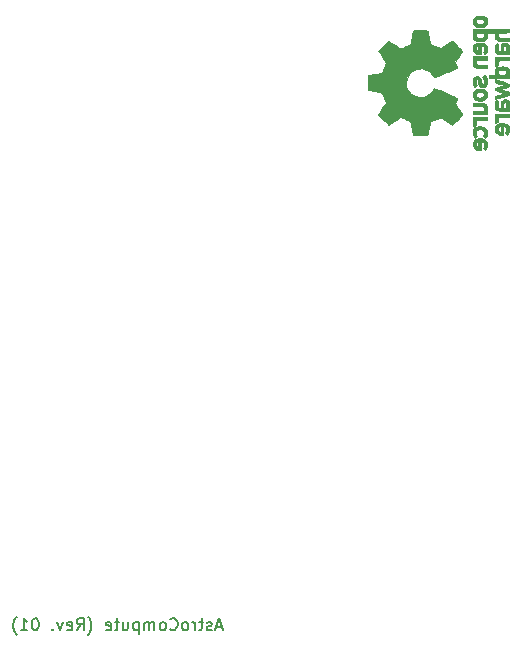
<source format=gbr>
%TF.GenerationSoftware,KiCad,Pcbnew,(5.1.7)-1*%
%TF.CreationDate,2020-11-23T19:12:34+01:00*%
%TF.ProjectId,astro_compute_board,61737472-6f5f-4636-9f6d-707574655f62,1*%
%TF.SameCoordinates,Original*%
%TF.FileFunction,Legend,Bot*%
%TF.FilePolarity,Positive*%
%FSLAX46Y46*%
G04 Gerber Fmt 4.6, Leading zero omitted, Abs format (unit mm)*
G04 Created by KiCad (PCBNEW (5.1.7)-1) date 2020-11-23 19:12:34*
%MOMM*%
%LPD*%
G01*
G04 APERTURE LIST*
%ADD10C,0.150000*%
%ADD11C,0.010000*%
G04 APERTURE END LIST*
D10*
X173282142Y-156516666D02*
X172805952Y-156516666D01*
X173377380Y-156802380D02*
X173044047Y-155802380D01*
X172710714Y-156802380D01*
X172425000Y-156754761D02*
X172329761Y-156802380D01*
X172139285Y-156802380D01*
X172044047Y-156754761D01*
X171996428Y-156659523D01*
X171996428Y-156611904D01*
X172044047Y-156516666D01*
X172139285Y-156469047D01*
X172282142Y-156469047D01*
X172377380Y-156421428D01*
X172425000Y-156326190D01*
X172425000Y-156278571D01*
X172377380Y-156183333D01*
X172282142Y-156135714D01*
X172139285Y-156135714D01*
X172044047Y-156183333D01*
X171710714Y-156135714D02*
X171329761Y-156135714D01*
X171567857Y-155802380D02*
X171567857Y-156659523D01*
X171520238Y-156754761D01*
X171425000Y-156802380D01*
X171329761Y-156802380D01*
X170996428Y-156802380D02*
X170996428Y-156135714D01*
X170996428Y-156326190D02*
X170948809Y-156230952D01*
X170901190Y-156183333D01*
X170805952Y-156135714D01*
X170710714Y-156135714D01*
X170234523Y-156802380D02*
X170329761Y-156754761D01*
X170377380Y-156707142D01*
X170425000Y-156611904D01*
X170425000Y-156326190D01*
X170377380Y-156230952D01*
X170329761Y-156183333D01*
X170234523Y-156135714D01*
X170091666Y-156135714D01*
X169996428Y-156183333D01*
X169948809Y-156230952D01*
X169901190Y-156326190D01*
X169901190Y-156611904D01*
X169948809Y-156707142D01*
X169996428Y-156754761D01*
X170091666Y-156802380D01*
X170234523Y-156802380D01*
X168901190Y-156707142D02*
X168948809Y-156754761D01*
X169091666Y-156802380D01*
X169186904Y-156802380D01*
X169329761Y-156754761D01*
X169425000Y-156659523D01*
X169472619Y-156564285D01*
X169520238Y-156373809D01*
X169520238Y-156230952D01*
X169472619Y-156040476D01*
X169425000Y-155945238D01*
X169329761Y-155850000D01*
X169186904Y-155802380D01*
X169091666Y-155802380D01*
X168948809Y-155850000D01*
X168901190Y-155897619D01*
X168329761Y-156802380D02*
X168425000Y-156754761D01*
X168472619Y-156707142D01*
X168520238Y-156611904D01*
X168520238Y-156326190D01*
X168472619Y-156230952D01*
X168425000Y-156183333D01*
X168329761Y-156135714D01*
X168186904Y-156135714D01*
X168091666Y-156183333D01*
X168044047Y-156230952D01*
X167996428Y-156326190D01*
X167996428Y-156611904D01*
X168044047Y-156707142D01*
X168091666Y-156754761D01*
X168186904Y-156802380D01*
X168329761Y-156802380D01*
X167567857Y-156802380D02*
X167567857Y-156135714D01*
X167567857Y-156230952D02*
X167520238Y-156183333D01*
X167425000Y-156135714D01*
X167282142Y-156135714D01*
X167186904Y-156183333D01*
X167139285Y-156278571D01*
X167139285Y-156802380D01*
X167139285Y-156278571D02*
X167091666Y-156183333D01*
X166996428Y-156135714D01*
X166853571Y-156135714D01*
X166758333Y-156183333D01*
X166710714Y-156278571D01*
X166710714Y-156802380D01*
X166234523Y-156135714D02*
X166234523Y-157135714D01*
X166234523Y-156183333D02*
X166139285Y-156135714D01*
X165948809Y-156135714D01*
X165853571Y-156183333D01*
X165805952Y-156230952D01*
X165758333Y-156326190D01*
X165758333Y-156611904D01*
X165805952Y-156707142D01*
X165853571Y-156754761D01*
X165948809Y-156802380D01*
X166139285Y-156802380D01*
X166234523Y-156754761D01*
X164901190Y-156135714D02*
X164901190Y-156802380D01*
X165329761Y-156135714D02*
X165329761Y-156659523D01*
X165282142Y-156754761D01*
X165186904Y-156802380D01*
X165044047Y-156802380D01*
X164948809Y-156754761D01*
X164901190Y-156707142D01*
X164567857Y-156135714D02*
X164186904Y-156135714D01*
X164425000Y-155802380D02*
X164425000Y-156659523D01*
X164377380Y-156754761D01*
X164282142Y-156802380D01*
X164186904Y-156802380D01*
X163472619Y-156754761D02*
X163567857Y-156802380D01*
X163758333Y-156802380D01*
X163853571Y-156754761D01*
X163901190Y-156659523D01*
X163901190Y-156278571D01*
X163853571Y-156183333D01*
X163758333Y-156135714D01*
X163567857Y-156135714D01*
X163472619Y-156183333D01*
X163425000Y-156278571D01*
X163425000Y-156373809D01*
X163901190Y-156469047D01*
X161948809Y-157183333D02*
X161996428Y-157135714D01*
X162091666Y-156992857D01*
X162139285Y-156897619D01*
X162186904Y-156754761D01*
X162234523Y-156516666D01*
X162234523Y-156326190D01*
X162186904Y-156088095D01*
X162139285Y-155945238D01*
X162091666Y-155850000D01*
X161996428Y-155707142D01*
X161948809Y-155659523D01*
X160996428Y-156802380D02*
X161329761Y-156326190D01*
X161567857Y-156802380D02*
X161567857Y-155802380D01*
X161186904Y-155802380D01*
X161091666Y-155850000D01*
X161044047Y-155897619D01*
X160996428Y-155992857D01*
X160996428Y-156135714D01*
X161044047Y-156230952D01*
X161091666Y-156278571D01*
X161186904Y-156326190D01*
X161567857Y-156326190D01*
X160186904Y-156754761D02*
X160282142Y-156802380D01*
X160472619Y-156802380D01*
X160567857Y-156754761D01*
X160615476Y-156659523D01*
X160615476Y-156278571D01*
X160567857Y-156183333D01*
X160472619Y-156135714D01*
X160282142Y-156135714D01*
X160186904Y-156183333D01*
X160139285Y-156278571D01*
X160139285Y-156373809D01*
X160615476Y-156469047D01*
X159805952Y-156135714D02*
X159567857Y-156802380D01*
X159329761Y-156135714D01*
X158948809Y-156707142D02*
X158901190Y-156754761D01*
X158948809Y-156802380D01*
X158996428Y-156754761D01*
X158948809Y-156707142D01*
X158948809Y-156802380D01*
X157520238Y-155802380D02*
X157425000Y-155802380D01*
X157329761Y-155850000D01*
X157282142Y-155897619D01*
X157234523Y-155992857D01*
X157186904Y-156183333D01*
X157186904Y-156421428D01*
X157234523Y-156611904D01*
X157282142Y-156707142D01*
X157329761Y-156754761D01*
X157425000Y-156802380D01*
X157520238Y-156802380D01*
X157615476Y-156754761D01*
X157663095Y-156707142D01*
X157710714Y-156611904D01*
X157758333Y-156421428D01*
X157758333Y-156183333D01*
X157710714Y-155992857D01*
X157663095Y-155897619D01*
X157615476Y-155850000D01*
X157520238Y-155802380D01*
X156234523Y-156802380D02*
X156805952Y-156802380D01*
X156520238Y-156802380D02*
X156520238Y-155802380D01*
X156615476Y-155945238D01*
X156710714Y-156040476D01*
X156805952Y-156088095D01*
X155901190Y-157183333D02*
X155853571Y-157135714D01*
X155758333Y-156992857D01*
X155710714Y-156897619D01*
X155663095Y-156754761D01*
X155615476Y-156516666D01*
X155615476Y-156326190D01*
X155663095Y-156088095D01*
X155710714Y-155945238D01*
X155758333Y-155850000D01*
X155853571Y-155707142D01*
X155901190Y-155659523D01*
D11*
%TO.C,REF\u002A\u002A*%
G36*
X194534560Y-106669909D02*
G01*
X194560499Y-106722412D01*
X194605700Y-106787158D01*
X194654991Y-106834347D01*
X194716885Y-106866665D01*
X194799896Y-106886797D01*
X194912538Y-106897430D01*
X195063324Y-106901247D01*
X195128149Y-106901470D01*
X195270221Y-106900818D01*
X195371757Y-106898112D01*
X195442015Y-106892224D01*
X195490256Y-106882027D01*
X195525738Y-106866394D01*
X195549943Y-106850128D01*
X195652929Y-106746295D01*
X195714874Y-106624021D01*
X195733506Y-106492114D01*
X195706549Y-106359384D01*
X195687486Y-106317333D01*
X195635015Y-106216666D01*
X196457259Y-106216666D01*
X196419267Y-106290135D01*
X196389872Y-106386941D01*
X196382342Y-106505928D01*
X196396245Y-106624745D01*
X196427476Y-106714473D01*
X196486954Y-106788899D01*
X196572066Y-106852490D01*
X196580805Y-106857271D01*
X196621966Y-106877437D01*
X196663454Y-106892165D01*
X196713713Y-106902303D01*
X196781184Y-106908699D01*
X196874309Y-106912201D01*
X197001531Y-106913658D01*
X197144701Y-106913921D01*
X197601471Y-106913921D01*
X197601471Y-106640000D01*
X196759231Y-106640000D01*
X196694763Y-106563383D01*
X196643194Y-106483793D01*
X196633818Y-106408422D01*
X196657947Y-106332633D01*
X196681574Y-106292241D01*
X196715227Y-106262179D01*
X196766087Y-106240797D01*
X196841334Y-106226450D01*
X196948146Y-106217490D01*
X197093704Y-106212270D01*
X197190588Y-106210431D01*
X197589020Y-106204215D01*
X197596547Y-106073480D01*
X197604073Y-105942745D01*
X195131582Y-105942745D01*
X195131582Y-106216666D01*
X195269423Y-106223650D01*
X195365107Y-106247182D01*
X195424641Y-106291135D01*
X195454029Y-106359382D01*
X195459902Y-106428333D01*
X195453154Y-106506386D01*
X195426594Y-106558189D01*
X195391499Y-106590583D01*
X195353752Y-106616084D01*
X195311700Y-106631265D01*
X195252779Y-106638019D01*
X195164428Y-106638241D01*
X195090448Y-106635968D01*
X194979000Y-106630749D01*
X194905833Y-106622979D01*
X194859422Y-106609895D01*
X194828244Y-106588732D01*
X194810223Y-106568760D01*
X194770925Y-106485314D01*
X194764579Y-106386551D01*
X194778116Y-106329841D01*
X194826233Y-106273692D01*
X194919833Y-106236499D01*
X195058254Y-106218472D01*
X195131582Y-106216666D01*
X195131582Y-105942745D01*
X194513628Y-105942745D01*
X194513628Y-106079705D01*
X194516879Y-106161935D01*
X194528426Y-106204360D01*
X194550952Y-106216661D01*
X194551620Y-106216666D01*
X194573681Y-106222374D01*
X194571176Y-106247547D01*
X194546935Y-106297598D01*
X194509851Y-106414219D01*
X194505953Y-106545429D01*
X194534560Y-106669909D01*
G37*
X194534560Y-106669909D02*
X194560499Y-106722412D01*
X194605700Y-106787158D01*
X194654991Y-106834347D01*
X194716885Y-106866665D01*
X194799896Y-106886797D01*
X194912538Y-106897430D01*
X195063324Y-106901247D01*
X195128149Y-106901470D01*
X195270221Y-106900818D01*
X195371757Y-106898112D01*
X195442015Y-106892224D01*
X195490256Y-106882027D01*
X195525738Y-106866394D01*
X195549943Y-106850128D01*
X195652929Y-106746295D01*
X195714874Y-106624021D01*
X195733506Y-106492114D01*
X195706549Y-106359384D01*
X195687486Y-106317333D01*
X195635015Y-106216666D01*
X196457259Y-106216666D01*
X196419267Y-106290135D01*
X196389872Y-106386941D01*
X196382342Y-106505928D01*
X196396245Y-106624745D01*
X196427476Y-106714473D01*
X196486954Y-106788899D01*
X196572066Y-106852490D01*
X196580805Y-106857271D01*
X196621966Y-106877437D01*
X196663454Y-106892165D01*
X196713713Y-106902303D01*
X196781184Y-106908699D01*
X196874309Y-106912201D01*
X197001531Y-106913658D01*
X197144701Y-106913921D01*
X197601471Y-106913921D01*
X197601471Y-106640000D01*
X196759231Y-106640000D01*
X196694763Y-106563383D01*
X196643194Y-106483793D01*
X196633818Y-106408422D01*
X196657947Y-106332633D01*
X196681574Y-106292241D01*
X196715227Y-106262179D01*
X196766087Y-106240797D01*
X196841334Y-106226450D01*
X196948146Y-106217490D01*
X197093704Y-106212270D01*
X197190588Y-106210431D01*
X197589020Y-106204215D01*
X197596547Y-106073480D01*
X197604073Y-105942745D01*
X195131582Y-105942745D01*
X195131582Y-106216666D01*
X195269423Y-106223650D01*
X195365107Y-106247182D01*
X195424641Y-106291135D01*
X195454029Y-106359382D01*
X195459902Y-106428333D01*
X195453154Y-106506386D01*
X195426594Y-106558189D01*
X195391499Y-106590583D01*
X195353752Y-106616084D01*
X195311700Y-106631265D01*
X195252779Y-106638019D01*
X195164428Y-106638241D01*
X195090448Y-106635968D01*
X194979000Y-106630749D01*
X194905833Y-106622979D01*
X194859422Y-106609895D01*
X194828244Y-106588732D01*
X194810223Y-106568760D01*
X194770925Y-106485314D01*
X194764579Y-106386551D01*
X194778116Y-106329841D01*
X194826233Y-106273692D01*
X194919833Y-106236499D01*
X195058254Y-106218472D01*
X195131582Y-106216666D01*
X195131582Y-105942745D01*
X194513628Y-105942745D01*
X194513628Y-106079705D01*
X194516879Y-106161935D01*
X194528426Y-106204360D01*
X194550952Y-106216661D01*
X194551620Y-106216666D01*
X194573681Y-106222374D01*
X194571176Y-106247547D01*
X194546935Y-106297598D01*
X194509851Y-106414219D01*
X194505953Y-106545429D01*
X194534560Y-106669909D01*
G36*
X196390922Y-107708720D02*
G01*
X196422180Y-107825870D01*
X196478837Y-107915051D01*
X196553045Y-107977984D01*
X196584716Y-107997548D01*
X196617891Y-108011992D01*
X196660329Y-108022089D01*
X196719788Y-108028615D01*
X196804029Y-108032342D01*
X196920810Y-108034046D01*
X197077890Y-108034500D01*
X197119565Y-108034509D01*
X197601471Y-108034509D01*
X197601471Y-107914980D01*
X197596131Y-107838739D01*
X197582604Y-107782366D01*
X197574262Y-107768242D01*
X197559864Y-107729630D01*
X197574262Y-107690192D01*
X197592237Y-107625262D01*
X197599472Y-107530945D01*
X197596333Y-107426407D01*
X197583186Y-107330811D01*
X197566318Y-107275000D01*
X197496986Y-107166998D01*
X197400772Y-107099503D01*
X197272844Y-107069159D01*
X197269559Y-107068877D01*
X197212808Y-107071540D01*
X197212808Y-107312353D01*
X197277358Y-107333405D01*
X197313686Y-107367697D01*
X197341162Y-107436532D01*
X197352129Y-107527390D01*
X197346731Y-107620042D01*
X197325110Y-107694256D01*
X197311239Y-107715049D01*
X197247143Y-107751381D01*
X197174278Y-107760588D01*
X197078530Y-107760588D01*
X197078530Y-107622827D01*
X197088605Y-107491953D01*
X197117148Y-107392741D01*
X197161639Y-107331023D01*
X197212808Y-107312353D01*
X197212808Y-107071540D01*
X197129790Y-107075436D01*
X197019282Y-107121534D01*
X196935712Y-107208200D01*
X196928110Y-107220179D01*
X196903357Y-107271655D01*
X196888368Y-107335368D01*
X196881082Y-107424435D01*
X196879407Y-107530245D01*
X196879314Y-107760588D01*
X196782755Y-107760588D01*
X196707836Y-107750817D01*
X196657644Y-107725884D01*
X196654972Y-107722965D01*
X196633015Y-107667481D01*
X196624505Y-107583727D01*
X196628687Y-107491167D01*
X196644809Y-107409270D01*
X196668990Y-107360673D01*
X196688359Y-107334341D01*
X196692057Y-107306535D01*
X196676188Y-107268161D01*
X196636855Y-107210125D01*
X196570164Y-107123331D01*
X196563916Y-107115365D01*
X196540800Y-107119447D01*
X196502352Y-107153501D01*
X196459627Y-107205260D01*
X196423679Y-107262455D01*
X196415191Y-107280425D01*
X196398252Y-107345972D01*
X196386170Y-107442020D01*
X196381323Y-107549329D01*
X196381313Y-107554347D01*
X196390922Y-107708720D01*
G37*
X196390922Y-107708720D02*
X196422180Y-107825870D01*
X196478837Y-107915051D01*
X196553045Y-107977984D01*
X196584716Y-107997548D01*
X196617891Y-108011992D01*
X196660329Y-108022089D01*
X196719788Y-108028615D01*
X196804029Y-108032342D01*
X196920810Y-108034046D01*
X197077890Y-108034500D01*
X197119565Y-108034509D01*
X197601471Y-108034509D01*
X197601471Y-107914980D01*
X197596131Y-107838739D01*
X197582604Y-107782366D01*
X197574262Y-107768242D01*
X197559864Y-107729630D01*
X197574262Y-107690192D01*
X197592237Y-107625262D01*
X197599472Y-107530945D01*
X197596333Y-107426407D01*
X197583186Y-107330811D01*
X197566318Y-107275000D01*
X197496986Y-107166998D01*
X197400772Y-107099503D01*
X197272844Y-107069159D01*
X197269559Y-107068877D01*
X197212808Y-107071540D01*
X197212808Y-107312353D01*
X197277358Y-107333405D01*
X197313686Y-107367697D01*
X197341162Y-107436532D01*
X197352129Y-107527390D01*
X197346731Y-107620042D01*
X197325110Y-107694256D01*
X197311239Y-107715049D01*
X197247143Y-107751381D01*
X197174278Y-107760588D01*
X197078530Y-107760588D01*
X197078530Y-107622827D01*
X197088605Y-107491953D01*
X197117148Y-107392741D01*
X197161639Y-107331023D01*
X197212808Y-107312353D01*
X197212808Y-107071540D01*
X197129790Y-107075436D01*
X197019282Y-107121534D01*
X196935712Y-107208200D01*
X196928110Y-107220179D01*
X196903357Y-107271655D01*
X196888368Y-107335368D01*
X196881082Y-107424435D01*
X196879407Y-107530245D01*
X196879314Y-107760588D01*
X196782755Y-107760588D01*
X196707836Y-107750817D01*
X196657644Y-107725884D01*
X196654972Y-107722965D01*
X196633015Y-107667481D01*
X196624505Y-107583727D01*
X196628687Y-107491167D01*
X196644809Y-107409270D01*
X196668990Y-107360673D01*
X196688359Y-107334341D01*
X196692057Y-107306535D01*
X196676188Y-107268161D01*
X196636855Y-107210125D01*
X196570164Y-107123331D01*
X196563916Y-107115365D01*
X196540800Y-107119447D01*
X196502352Y-107153501D01*
X196459627Y-107205260D01*
X196423679Y-107262455D01*
X196415191Y-107280425D01*
X196398252Y-107345972D01*
X196386170Y-107442020D01*
X196381323Y-107549329D01*
X196381313Y-107554347D01*
X196390922Y-107708720D01*
G36*
X196383921Y-108482764D02*
G01*
X196395091Y-108520030D01*
X196419633Y-108532043D01*
X196430712Y-108532549D01*
X196461572Y-108534704D01*
X196466417Y-108549551D01*
X196445260Y-108589657D01*
X196430806Y-108613480D01*
X196399850Y-108688638D01*
X196384544Y-108778406D01*
X196383367Y-108872529D01*
X196394799Y-108960754D01*
X196417320Y-109032826D01*
X196449409Y-109078492D01*
X196489545Y-109087498D01*
X196500415Y-109082953D01*
X196545534Y-109049821D01*
X196601026Y-108998445D01*
X196609996Y-108989152D01*
X196651245Y-108940182D01*
X196664572Y-108897931D01*
X196655271Y-108838841D01*
X196649090Y-108815169D01*
X196634246Y-108741504D01*
X196640921Y-108689710D01*
X196664465Y-108645969D01*
X196696061Y-108605902D01*
X196735798Y-108576392D01*
X196791252Y-108555884D01*
X196870003Y-108542824D01*
X196979629Y-108535656D01*
X197127706Y-108532824D01*
X197217111Y-108532549D01*
X197601471Y-108532549D01*
X197601471Y-108283529D01*
X196381275Y-108283529D01*
X196381275Y-108408039D01*
X196383921Y-108482764D01*
G37*
X196383921Y-108482764D02*
X196395091Y-108520030D01*
X196419633Y-108532043D01*
X196430712Y-108532549D01*
X196461572Y-108534704D01*
X196466417Y-108549551D01*
X196445260Y-108589657D01*
X196430806Y-108613480D01*
X196399850Y-108688638D01*
X196384544Y-108778406D01*
X196383367Y-108872529D01*
X196394799Y-108960754D01*
X196417320Y-109032826D01*
X196449409Y-109078492D01*
X196489545Y-109087498D01*
X196500415Y-109082953D01*
X196545534Y-109049821D01*
X196601026Y-108998445D01*
X196609996Y-108989152D01*
X196651245Y-108940182D01*
X196664572Y-108897931D01*
X196655271Y-108838841D01*
X196649090Y-108815169D01*
X196634246Y-108741504D01*
X196640921Y-108689710D01*
X196664465Y-108645969D01*
X196696061Y-108605902D01*
X196735798Y-108576392D01*
X196791252Y-108555884D01*
X196870003Y-108542824D01*
X196979629Y-108535656D01*
X197127706Y-108532824D01*
X197217111Y-108532549D01*
X197601471Y-108532549D01*
X197601471Y-108283529D01*
X196381275Y-108283529D01*
X196381275Y-108408039D01*
X196383921Y-108482764D01*
G36*
X197601471Y-110051568D02*
G01*
X197601471Y-109914607D01*
X197599140Y-109835111D01*
X197589488Y-109793708D01*
X197568525Y-109778801D01*
X197554351Y-109777647D01*
X197525927Y-109775133D01*
X197520475Y-109759280D01*
X197537998Y-109717621D01*
X197554351Y-109685224D01*
X197593103Y-109560849D01*
X197595346Y-109425646D01*
X197566444Y-109315726D01*
X197496619Y-109213366D01*
X197393555Y-109135340D01*
X197271989Y-109092614D01*
X197265192Y-109091526D01*
X197191032Y-109085178D01*
X197084570Y-109082021D01*
X197004052Y-109082275D01*
X197004052Y-109354289D01*
X197111070Y-109360590D01*
X197199278Y-109374925D01*
X197249090Y-109394331D01*
X197317162Y-109467746D01*
X197341564Y-109554914D01*
X197321831Y-109644804D01*
X197262968Y-109721617D01*
X197223379Y-109750708D01*
X197176138Y-109767717D01*
X197107181Y-109775684D01*
X197003607Y-109777647D01*
X196901039Y-109774134D01*
X196810921Y-109764857D01*
X196750613Y-109751706D01*
X196745208Y-109749514D01*
X196680940Y-109696478D01*
X196645656Y-109619067D01*
X196639959Y-109532454D01*
X196664453Y-109451807D01*
X196719742Y-109392297D01*
X196730743Y-109386124D01*
X196797827Y-109366801D01*
X196894284Y-109356274D01*
X197004052Y-109354289D01*
X197004052Y-109082275D01*
X196963225Y-109082404D01*
X196897918Y-109084194D01*
X196736355Y-109096373D01*
X196615053Y-109121685D01*
X196525379Y-109163793D01*
X196458699Y-109226359D01*
X196419557Y-109287100D01*
X196392040Y-109371964D01*
X196382603Y-109477515D01*
X196390290Y-109585598D01*
X196414146Y-109678058D01*
X196442685Y-109726910D01*
X196488601Y-109777647D01*
X195908137Y-109777647D01*
X195908137Y-110051568D01*
X197601471Y-110051568D01*
G37*
X197601471Y-110051568D02*
X197601471Y-109914607D01*
X197599140Y-109835111D01*
X197589488Y-109793708D01*
X197568525Y-109778801D01*
X197554351Y-109777647D01*
X197525927Y-109775133D01*
X197520475Y-109759280D01*
X197537998Y-109717621D01*
X197554351Y-109685224D01*
X197593103Y-109560849D01*
X197595346Y-109425646D01*
X197566444Y-109315726D01*
X197496619Y-109213366D01*
X197393555Y-109135340D01*
X197271989Y-109092614D01*
X197265192Y-109091526D01*
X197191032Y-109085178D01*
X197084570Y-109082021D01*
X197004052Y-109082275D01*
X197004052Y-109354289D01*
X197111070Y-109360590D01*
X197199278Y-109374925D01*
X197249090Y-109394331D01*
X197317162Y-109467746D01*
X197341564Y-109554914D01*
X197321831Y-109644804D01*
X197262968Y-109721617D01*
X197223379Y-109750708D01*
X197176138Y-109767717D01*
X197107181Y-109775684D01*
X197003607Y-109777647D01*
X196901039Y-109774134D01*
X196810921Y-109764857D01*
X196750613Y-109751706D01*
X196745208Y-109749514D01*
X196680940Y-109696478D01*
X196645656Y-109619067D01*
X196639959Y-109532454D01*
X196664453Y-109451807D01*
X196719742Y-109392297D01*
X196730743Y-109386124D01*
X196797827Y-109366801D01*
X196894284Y-109356274D01*
X197004052Y-109354289D01*
X197004052Y-109082275D01*
X196963225Y-109082404D01*
X196897918Y-109084194D01*
X196736355Y-109096373D01*
X196615053Y-109121685D01*
X196525379Y-109163793D01*
X196458699Y-109226359D01*
X196419557Y-109287100D01*
X196392040Y-109371964D01*
X196382603Y-109477515D01*
X196390290Y-109585598D01*
X196414146Y-109678058D01*
X196442685Y-109726910D01*
X196488601Y-109777647D01*
X195908137Y-109777647D01*
X195908137Y-110051568D01*
X197601471Y-110051568D01*
G36*
X196386332Y-111007528D02*
G01*
X196393726Y-111106014D01*
X196779706Y-111234776D01*
X197165686Y-111363537D01*
X197028726Y-111403911D01*
X196944083Y-111428207D01*
X196829697Y-111460167D01*
X196703963Y-111494679D01*
X196636520Y-111512928D01*
X196381275Y-111581571D01*
X196381275Y-111864773D01*
X196648971Y-111780122D01*
X196780638Y-111738435D01*
X196939458Y-111688074D01*
X197105128Y-111635481D01*
X197252843Y-111588530D01*
X197589020Y-111481589D01*
X197604044Y-111250661D01*
X197397316Y-111188050D01*
X197268896Y-111149438D01*
X197127322Y-111107300D01*
X197002285Y-111070472D01*
X196997309Y-111069018D01*
X196912586Y-111041511D01*
X196854778Y-111017242D01*
X196832918Y-111000243D01*
X196835446Y-110996750D01*
X196869336Y-110984490D01*
X196941930Y-110961195D01*
X197044101Y-110929700D01*
X197166720Y-110892842D01*
X197234167Y-110872899D01*
X197601471Y-110764895D01*
X197601471Y-110535679D01*
X197022500Y-110352439D01*
X196860091Y-110300963D01*
X196712602Y-110254070D01*
X196586960Y-110213977D01*
X196490095Y-110182897D01*
X196428934Y-110163045D01*
X196411065Y-110157011D01*
X196392768Y-110161788D01*
X196384755Y-110199297D01*
X196385557Y-110277355D01*
X196386163Y-110289574D01*
X196393726Y-110434326D01*
X196742353Y-110529130D01*
X196869497Y-110563977D01*
X196981265Y-110595117D01*
X197067953Y-110619809D01*
X197119856Y-110635312D01*
X197128318Y-110638176D01*
X197118587Y-110650046D01*
X197068172Y-110673983D01*
X196983935Y-110707239D01*
X196872741Y-110747064D01*
X196772297Y-110780730D01*
X196378939Y-110909041D01*
X196386332Y-111007528D01*
G37*
X196386332Y-111007528D02*
X196393726Y-111106014D01*
X196779706Y-111234776D01*
X197165686Y-111363537D01*
X197028726Y-111403911D01*
X196944083Y-111428207D01*
X196829697Y-111460167D01*
X196703963Y-111494679D01*
X196636520Y-111512928D01*
X196381275Y-111581571D01*
X196381275Y-111864773D01*
X196648971Y-111780122D01*
X196780638Y-111738435D01*
X196939458Y-111688074D01*
X197105128Y-111635481D01*
X197252843Y-111588530D01*
X197589020Y-111481589D01*
X197604044Y-111250661D01*
X197397316Y-111188050D01*
X197268896Y-111149438D01*
X197127322Y-111107300D01*
X197002285Y-111070472D01*
X196997309Y-111069018D01*
X196912586Y-111041511D01*
X196854778Y-111017242D01*
X196832918Y-111000243D01*
X196835446Y-110996750D01*
X196869336Y-110984490D01*
X196941930Y-110961195D01*
X197044101Y-110929700D01*
X197166720Y-110892842D01*
X197234167Y-110872899D01*
X197601471Y-110764895D01*
X197601471Y-110535679D01*
X197022500Y-110352439D01*
X196860091Y-110300963D01*
X196712602Y-110254070D01*
X196586960Y-110213977D01*
X196490095Y-110182897D01*
X196428934Y-110163045D01*
X196411065Y-110157011D01*
X196392768Y-110161788D01*
X196384755Y-110199297D01*
X196385557Y-110277355D01*
X196386163Y-110289574D01*
X196393726Y-110434326D01*
X196742353Y-110529130D01*
X196869497Y-110563977D01*
X196981265Y-110595117D01*
X197067953Y-110619809D01*
X197119856Y-110635312D01*
X197128318Y-110638176D01*
X197118587Y-110650046D01*
X197068172Y-110673983D01*
X196983935Y-110707239D01*
X196872741Y-110747064D01*
X196772297Y-110780730D01*
X196378939Y-110909041D01*
X196386332Y-111007528D01*
G36*
X196388669Y-112506459D02*
G01*
X196414163Y-112611420D01*
X196427669Y-112641761D01*
X196463046Y-112700573D01*
X196502890Y-112745709D01*
X196554120Y-112779106D01*
X196623654Y-112802701D01*
X196718409Y-112818433D01*
X196845305Y-112828239D01*
X197011258Y-112834057D01*
X197122108Y-112836266D01*
X197601471Y-112844396D01*
X197601471Y-112705531D01*
X197597938Y-112621287D01*
X197585866Y-112577884D01*
X197565594Y-112566666D01*
X197543674Y-112560744D01*
X197547865Y-112534266D01*
X197565441Y-112498186D01*
X197592382Y-112407862D01*
X197599642Y-112291777D01*
X197587767Y-112169680D01*
X197557305Y-112061321D01*
X197553077Y-112051602D01*
X197483505Y-111952568D01*
X197386789Y-111887281D01*
X197273738Y-111857240D01*
X197233122Y-111859535D01*
X197233122Y-112104633D01*
X197287782Y-112126229D01*
X197326952Y-112190259D01*
X197347974Y-112293565D01*
X197350766Y-112348774D01*
X197343620Y-112440782D01*
X197315848Y-112501941D01*
X197302647Y-112516862D01*
X197230829Y-112557287D01*
X197165686Y-112566666D01*
X197078530Y-112566666D01*
X197078530Y-112445269D01*
X197085722Y-112304153D01*
X197108345Y-112205173D01*
X197147964Y-112142633D01*
X197165628Y-112128631D01*
X197233122Y-112104633D01*
X197233122Y-111859535D01*
X197155157Y-111863941D01*
X197041855Y-111908880D01*
X196965285Y-111970196D01*
X196932181Y-112007332D01*
X196910425Y-112043687D01*
X196897161Y-112090990D01*
X196889528Y-112160973D01*
X196884670Y-112265364D01*
X196883273Y-112306770D01*
X196874780Y-112566666D01*
X196796116Y-112566285D01*
X196713428Y-112556219D01*
X196663431Y-112519829D01*
X196631489Y-112446311D01*
X196630920Y-112444339D01*
X196618361Y-112340105D01*
X196634766Y-112238108D01*
X196674657Y-112162305D01*
X196694354Y-112131890D01*
X196691629Y-112099132D01*
X196663091Y-112048721D01*
X196642950Y-112019119D01*
X196599919Y-111961218D01*
X196567662Y-111925352D01*
X196558427Y-111919597D01*
X196510636Y-111943295D01*
X196453562Y-112013313D01*
X196434305Y-112043725D01*
X196401140Y-112131155D01*
X196382350Y-112248983D01*
X196378129Y-112379866D01*
X196388669Y-112506459D01*
G37*
X196388669Y-112506459D02*
X196414163Y-112611420D01*
X196427669Y-112641761D01*
X196463046Y-112700573D01*
X196502890Y-112745709D01*
X196554120Y-112779106D01*
X196623654Y-112802701D01*
X196718409Y-112818433D01*
X196845305Y-112828239D01*
X197011258Y-112834057D01*
X197122108Y-112836266D01*
X197601471Y-112844396D01*
X197601471Y-112705531D01*
X197597938Y-112621287D01*
X197585866Y-112577884D01*
X197565594Y-112566666D01*
X197543674Y-112560744D01*
X197547865Y-112534266D01*
X197565441Y-112498186D01*
X197592382Y-112407862D01*
X197599642Y-112291777D01*
X197587767Y-112169680D01*
X197557305Y-112061321D01*
X197553077Y-112051602D01*
X197483505Y-111952568D01*
X197386789Y-111887281D01*
X197273738Y-111857240D01*
X197233122Y-111859535D01*
X197233122Y-112104633D01*
X197287782Y-112126229D01*
X197326952Y-112190259D01*
X197347974Y-112293565D01*
X197350766Y-112348774D01*
X197343620Y-112440782D01*
X197315848Y-112501941D01*
X197302647Y-112516862D01*
X197230829Y-112557287D01*
X197165686Y-112566666D01*
X197078530Y-112566666D01*
X197078530Y-112445269D01*
X197085722Y-112304153D01*
X197108345Y-112205173D01*
X197147964Y-112142633D01*
X197165628Y-112128631D01*
X197233122Y-112104633D01*
X197233122Y-111859535D01*
X197155157Y-111863941D01*
X197041855Y-111908880D01*
X196965285Y-111970196D01*
X196932181Y-112007332D01*
X196910425Y-112043687D01*
X196897161Y-112090990D01*
X196889528Y-112160973D01*
X196884670Y-112265364D01*
X196883273Y-112306770D01*
X196874780Y-112566666D01*
X196796116Y-112566285D01*
X196713428Y-112556219D01*
X196663431Y-112519829D01*
X196631489Y-112446311D01*
X196630920Y-112444339D01*
X196618361Y-112340105D01*
X196634766Y-112238108D01*
X196674657Y-112162305D01*
X196694354Y-112131890D01*
X196691629Y-112099132D01*
X196663091Y-112048721D01*
X196642950Y-112019119D01*
X196599919Y-111961218D01*
X196567662Y-111925352D01*
X196558427Y-111919597D01*
X196510636Y-111943295D01*
X196453562Y-112013313D01*
X196434305Y-112043725D01*
X196401140Y-112131155D01*
X196382350Y-112248983D01*
X196378129Y-112379866D01*
X196388669Y-112506459D01*
G36*
X196380883Y-113688446D02*
G01*
X196399755Y-113784177D01*
X196427699Y-113838677D01*
X196474123Y-113896008D01*
X196577111Y-113814441D01*
X196639479Y-113764150D01*
X196669907Y-113730001D01*
X196674555Y-113696063D01*
X196659586Y-113646406D01*
X196651117Y-113623096D01*
X196638622Y-113528063D01*
X196665406Y-113441032D01*
X196725915Y-113377138D01*
X196745208Y-113366759D01*
X196796314Y-113355456D01*
X196890500Y-113346732D01*
X197021089Y-113340997D01*
X197181405Y-113338660D01*
X197204211Y-113338627D01*
X197601471Y-113338627D01*
X197601471Y-113064705D01*
X196381275Y-113064705D01*
X196381275Y-113201666D01*
X196383337Y-113280638D01*
X196392513Y-113321779D01*
X196413290Y-113336992D01*
X196432886Y-113338627D01*
X196484497Y-113338627D01*
X196432886Y-113404240D01*
X196397675Y-113479475D01*
X196380265Y-113580544D01*
X196380883Y-113688446D01*
G37*
X196380883Y-113688446D02*
X196399755Y-113784177D01*
X196427699Y-113838677D01*
X196474123Y-113896008D01*
X196577111Y-113814441D01*
X196639479Y-113764150D01*
X196669907Y-113730001D01*
X196674555Y-113696063D01*
X196659586Y-113646406D01*
X196651117Y-113623096D01*
X196638622Y-113528063D01*
X196665406Y-113441032D01*
X196725915Y-113377138D01*
X196745208Y-113366759D01*
X196796314Y-113355456D01*
X196890500Y-113346732D01*
X197021089Y-113340997D01*
X197181405Y-113338660D01*
X197204211Y-113338627D01*
X197601471Y-113338627D01*
X197601471Y-113064705D01*
X196381275Y-113064705D01*
X196381275Y-113201666D01*
X196383337Y-113280638D01*
X196392513Y-113321779D01*
X196413290Y-113336992D01*
X196432886Y-113338627D01*
X196484497Y-113338627D01*
X196432886Y-113404240D01*
X196397675Y-113479475D01*
X196380265Y-113580544D01*
X196380883Y-113688446D01*
G36*
X196387784Y-114475307D02*
G01*
X196418731Y-114594337D01*
X196482600Y-114694021D01*
X196530313Y-114742288D01*
X196643106Y-114821408D01*
X196773950Y-114866752D01*
X196934792Y-114882330D01*
X196947794Y-114882410D01*
X197078530Y-114882549D01*
X197078530Y-114130091D01*
X197147010Y-114146130D01*
X197209031Y-114175091D01*
X197273654Y-114225778D01*
X197283971Y-114236379D01*
X197339805Y-114327494D01*
X197349275Y-114431400D01*
X197312540Y-114551000D01*
X197302647Y-114571274D01*
X197272574Y-114633456D01*
X197255440Y-114675106D01*
X197253855Y-114682373D01*
X197269242Y-114707740D01*
X197306887Y-114756120D01*
X197327459Y-114780679D01*
X197374714Y-114831570D01*
X197405917Y-114848281D01*
X197434620Y-114836683D01*
X197442468Y-114830483D01*
X197476819Y-114788493D01*
X197518565Y-114719206D01*
X197542935Y-114670882D01*
X197585873Y-114533711D01*
X197599786Y-114381847D01*
X197583300Y-114238024D01*
X197571496Y-114197745D01*
X197504689Y-114073078D01*
X197401892Y-113980671D01*
X197262105Y-113919990D01*
X197084330Y-113890498D01*
X196991373Y-113887260D01*
X196856033Y-113896714D01*
X196856033Y-114135490D01*
X196866038Y-114158584D01*
X196873888Y-114220662D01*
X196878521Y-114310914D01*
X196879314Y-114372058D01*
X196878549Y-114482040D01*
X196874970Y-114551457D01*
X196866649Y-114589538D01*
X196851657Y-114605515D01*
X196829903Y-114608627D01*
X196762892Y-114587278D01*
X196696664Y-114533529D01*
X196645832Y-114462822D01*
X196625038Y-114392089D01*
X196643484Y-114296016D01*
X196696811Y-114212849D01*
X196773677Y-114155186D01*
X196856033Y-114135490D01*
X196856033Y-113896714D01*
X196794291Y-113901028D01*
X196637271Y-113943520D01*
X196519069Y-114015635D01*
X196438440Y-114118273D01*
X196394139Y-114252332D01*
X196385607Y-114324957D01*
X196387784Y-114475307D01*
G37*
X196387784Y-114475307D02*
X196418731Y-114594337D01*
X196482600Y-114694021D01*
X196530313Y-114742288D01*
X196643106Y-114821408D01*
X196773950Y-114866752D01*
X196934792Y-114882330D01*
X196947794Y-114882410D01*
X197078530Y-114882549D01*
X197078530Y-114130091D01*
X197147010Y-114146130D01*
X197209031Y-114175091D01*
X197273654Y-114225778D01*
X197283971Y-114236379D01*
X197339805Y-114327494D01*
X197349275Y-114431400D01*
X197312540Y-114551000D01*
X197302647Y-114571274D01*
X197272574Y-114633456D01*
X197255440Y-114675106D01*
X197253855Y-114682373D01*
X197269242Y-114707740D01*
X197306887Y-114756120D01*
X197327459Y-114780679D01*
X197374714Y-114831570D01*
X197405917Y-114848281D01*
X197434620Y-114836683D01*
X197442468Y-114830483D01*
X197476819Y-114788493D01*
X197518565Y-114719206D01*
X197542935Y-114670882D01*
X197585873Y-114533711D01*
X197599786Y-114381847D01*
X197583300Y-114238024D01*
X197571496Y-114197745D01*
X197504689Y-114073078D01*
X197401892Y-113980671D01*
X197262105Y-113919990D01*
X197084330Y-113890498D01*
X196991373Y-113887260D01*
X196856033Y-113896714D01*
X196856033Y-114135490D01*
X196866038Y-114158584D01*
X196873888Y-114220662D01*
X196878521Y-114310914D01*
X196879314Y-114372058D01*
X196878549Y-114482040D01*
X196874970Y-114551457D01*
X196866649Y-114589538D01*
X196851657Y-114605515D01*
X196829903Y-114608627D01*
X196762892Y-114587278D01*
X196696664Y-114533529D01*
X196645832Y-114462822D01*
X196625038Y-114392089D01*
X196643484Y-114296016D01*
X196696811Y-114212849D01*
X196773677Y-114155186D01*
X196856033Y-114135490D01*
X196856033Y-113896714D01*
X196794291Y-113901028D01*
X196637271Y-113943520D01*
X196519069Y-114015635D01*
X196438440Y-114118273D01*
X196394139Y-114252332D01*
X196385607Y-114324957D01*
X196387784Y-114475307D01*
G36*
X194526568Y-105423247D02*
G01*
X194584163Y-105553522D01*
X194680334Y-105652419D01*
X194815229Y-105720082D01*
X194988996Y-105756655D01*
X195016126Y-105759276D01*
X195207408Y-105761330D01*
X195375073Y-105734699D01*
X195510967Y-105681001D01*
X195554681Y-105652247D01*
X195647198Y-105552091D01*
X195707119Y-105424537D01*
X195731985Y-105281837D01*
X195719339Y-105136240D01*
X195680391Y-105025562D01*
X195614755Y-104930384D01*
X195528699Y-104852594D01*
X195526685Y-104851249D01*
X195473570Y-104819657D01*
X195420160Y-104799127D01*
X195352754Y-104786695D01*
X195257653Y-104779397D01*
X195179666Y-104776182D01*
X195108944Y-104774844D01*
X195108944Y-105023814D01*
X195179348Y-105026247D01*
X195273068Y-105035080D01*
X195333214Y-105050664D01*
X195376006Y-105078766D01*
X195401002Y-105105086D01*
X195453338Y-105198392D01*
X195460333Y-105296020D01*
X195422676Y-105386942D01*
X195380479Y-105432402D01*
X195337956Y-105465162D01*
X195297267Y-105484323D01*
X195244314Y-105492733D01*
X195164997Y-105493237D01*
X195091950Y-105490645D01*
X194987601Y-105485071D01*
X194919920Y-105476234D01*
X194875774Y-105460307D01*
X194842031Y-105433462D01*
X194822746Y-105412189D01*
X194772086Y-105323206D01*
X194769560Y-105227211D01*
X194799567Y-105146719D01*
X194862231Y-105078053D01*
X194965168Y-105037144D01*
X195108944Y-105023814D01*
X195108944Y-104774844D01*
X195024582Y-104773246D01*
X194908600Y-104778260D01*
X194821367Y-104793283D01*
X194752530Y-104820376D01*
X194691737Y-104861600D01*
X194673686Y-104876885D01*
X194583746Y-104972454D01*
X194531211Y-105074961D01*
X194509201Y-105200321D01*
X194507402Y-105261450D01*
X194526568Y-105423247D01*
G37*
X194526568Y-105423247D02*
X194584163Y-105553522D01*
X194680334Y-105652419D01*
X194815229Y-105720082D01*
X194988996Y-105756655D01*
X195016126Y-105759276D01*
X195207408Y-105761330D01*
X195375073Y-105734699D01*
X195510967Y-105681001D01*
X195554681Y-105652247D01*
X195647198Y-105552091D01*
X195707119Y-105424537D01*
X195731985Y-105281837D01*
X195719339Y-105136240D01*
X195680391Y-105025562D01*
X195614755Y-104930384D01*
X195528699Y-104852594D01*
X195526685Y-104851249D01*
X195473570Y-104819657D01*
X195420160Y-104799127D01*
X195352754Y-104786695D01*
X195257653Y-104779397D01*
X195179666Y-104776182D01*
X195108944Y-104774844D01*
X195108944Y-105023814D01*
X195179348Y-105026247D01*
X195273068Y-105035080D01*
X195333214Y-105050664D01*
X195376006Y-105078766D01*
X195401002Y-105105086D01*
X195453338Y-105198392D01*
X195460333Y-105296020D01*
X195422676Y-105386942D01*
X195380479Y-105432402D01*
X195337956Y-105465162D01*
X195297267Y-105484323D01*
X195244314Y-105492733D01*
X195164997Y-105493237D01*
X195091950Y-105490645D01*
X194987601Y-105485071D01*
X194919920Y-105476234D01*
X194875774Y-105460307D01*
X194842031Y-105433462D01*
X194822746Y-105412189D01*
X194772086Y-105323206D01*
X194769560Y-105227211D01*
X194799567Y-105146719D01*
X194862231Y-105078053D01*
X194965168Y-105037144D01*
X195108944Y-105023814D01*
X195108944Y-104774844D01*
X195024582Y-104773246D01*
X194908600Y-104778260D01*
X194821367Y-104793283D01*
X194752530Y-104820376D01*
X194691737Y-104861600D01*
X194673686Y-104876885D01*
X194583746Y-104972454D01*
X194531211Y-105074961D01*
X194509201Y-105200321D01*
X194507402Y-105261450D01*
X194526568Y-105423247D01*
G36*
X194541354Y-107763204D02*
G01*
X194553037Y-107788019D01*
X194615951Y-107873906D01*
X194707769Y-107955121D01*
X194808868Y-108015764D01*
X194855349Y-108033012D01*
X194938376Y-108048749D01*
X195038713Y-108058133D01*
X195080147Y-108059272D01*
X195210882Y-108059411D01*
X195210882Y-107306953D01*
X195279363Y-107322993D01*
X195360355Y-107362363D01*
X195430351Y-107431194D01*
X195475441Y-107513081D01*
X195484804Y-107565263D01*
X195473441Y-107636029D01*
X195444943Y-107720460D01*
X195431831Y-107749142D01*
X195378858Y-107855209D01*
X195447901Y-107945728D01*
X195494597Y-107997961D01*
X195533140Y-108025753D01*
X195544452Y-108027160D01*
X195571868Y-108002332D01*
X195613532Y-107947917D01*
X195646037Y-107898528D01*
X195704468Y-107765252D01*
X195730915Y-107615839D01*
X195724039Y-107467751D01*
X195688096Y-107349705D01*
X195611101Y-107228018D01*
X195509728Y-107141540D01*
X195378570Y-107087441D01*
X195212224Y-107062891D01*
X195136108Y-107060714D01*
X194961685Y-107069427D01*
X194956611Y-107070497D01*
X194956611Y-107319827D01*
X194972968Y-107326694D01*
X194981988Y-107354917D01*
X194985854Y-107413127D01*
X194986749Y-107509958D01*
X194986765Y-107547243D01*
X194985413Y-107660683D01*
X194980505Y-107732622D01*
X194970760Y-107771313D01*
X194954899Y-107785005D01*
X194949805Y-107785490D01*
X194909326Y-107769863D01*
X194852621Y-107730753D01*
X194832766Y-107713939D01*
X194776611Y-107651519D01*
X194754532Y-107586453D01*
X194752686Y-107551397D01*
X194775766Y-107456558D01*
X194837759Y-107377027D01*
X194927802Y-107326577D01*
X194930735Y-107325683D01*
X194956611Y-107319827D01*
X194956611Y-107070497D01*
X194824343Y-107098399D01*
X194714461Y-107150590D01*
X194636461Y-107214421D01*
X194551882Y-107332433D01*
X194506686Y-107471158D01*
X194502600Y-107618710D01*
X194541354Y-107763204D01*
G37*
X194541354Y-107763204D02*
X194553037Y-107788019D01*
X194615951Y-107873906D01*
X194707769Y-107955121D01*
X194808868Y-108015764D01*
X194855349Y-108033012D01*
X194938376Y-108048749D01*
X195038713Y-108058133D01*
X195080147Y-108059272D01*
X195210882Y-108059411D01*
X195210882Y-107306953D01*
X195279363Y-107322993D01*
X195360355Y-107362363D01*
X195430351Y-107431194D01*
X195475441Y-107513081D01*
X195484804Y-107565263D01*
X195473441Y-107636029D01*
X195444943Y-107720460D01*
X195431831Y-107749142D01*
X195378858Y-107855209D01*
X195447901Y-107945728D01*
X195494597Y-107997961D01*
X195533140Y-108025753D01*
X195544452Y-108027160D01*
X195571868Y-108002332D01*
X195613532Y-107947917D01*
X195646037Y-107898528D01*
X195704468Y-107765252D01*
X195730915Y-107615839D01*
X195724039Y-107467751D01*
X195688096Y-107349705D01*
X195611101Y-107228018D01*
X195509728Y-107141540D01*
X195378570Y-107087441D01*
X195212224Y-107062891D01*
X195136108Y-107060714D01*
X194961685Y-107069427D01*
X194956611Y-107070497D01*
X194956611Y-107319827D01*
X194972968Y-107326694D01*
X194981988Y-107354917D01*
X194985854Y-107413127D01*
X194986749Y-107509958D01*
X194986765Y-107547243D01*
X194985413Y-107660683D01*
X194980505Y-107732622D01*
X194970760Y-107771313D01*
X194954899Y-107785005D01*
X194949805Y-107785490D01*
X194909326Y-107769863D01*
X194852621Y-107730753D01*
X194832766Y-107713939D01*
X194776611Y-107651519D01*
X194754532Y-107586453D01*
X194752686Y-107551397D01*
X194775766Y-107456558D01*
X194837759Y-107377027D01*
X194927802Y-107326577D01*
X194930735Y-107325683D01*
X194956611Y-107319827D01*
X194956611Y-107070497D01*
X194824343Y-107098399D01*
X194714461Y-107150590D01*
X194636461Y-107214421D01*
X194551882Y-107332433D01*
X194506686Y-107471158D01*
X194502600Y-107618710D01*
X194541354Y-107763204D01*
G36*
X194509345Y-110477759D02*
G01*
X194527229Y-110572059D01*
X194564633Y-110669890D01*
X194569402Y-110680343D01*
X194608412Y-110754531D01*
X194644664Y-110805910D01*
X194667887Y-110822517D01*
X194705761Y-110806702D01*
X194761644Y-110768288D01*
X194782505Y-110751237D01*
X194864618Y-110680969D01*
X194811168Y-110590379D01*
X194775561Y-110504164D01*
X194756529Y-110404549D01*
X194755326Y-110309019D01*
X194773210Y-110235061D01*
X194784373Y-110217312D01*
X194835553Y-110183512D01*
X194894509Y-110179404D01*
X194940567Y-110204696D01*
X194949499Y-110219656D01*
X194960592Y-110264486D01*
X194973630Y-110343286D01*
X194986088Y-110440426D01*
X194988042Y-110458346D01*
X195015030Y-110614365D01*
X195060873Y-110727523D01*
X195129803Y-110802569D01*
X195226054Y-110844253D01*
X195343617Y-110857238D01*
X195477254Y-110839299D01*
X195582195Y-110781050D01*
X195658630Y-110682255D01*
X195706748Y-110542682D01*
X195725732Y-110387745D01*
X195725504Y-110261398D01*
X195708262Y-110158913D01*
X195684457Y-110088921D01*
X195642978Y-110000483D01*
X195594842Y-109918754D01*
X195573655Y-109889705D01*
X195512676Y-109815000D01*
X195421508Y-109905098D01*
X195330339Y-109995196D01*
X195398128Y-110097632D01*
X195449042Y-110200374D01*
X195475673Y-110310087D01*
X195478483Y-110415551D01*
X195457935Y-110505546D01*
X195414493Y-110568854D01*
X195377838Y-110589296D01*
X195319053Y-110586229D01*
X195274099Y-110535434D01*
X195243057Y-110437048D01*
X195228710Y-110329256D01*
X195201337Y-110163365D01*
X195149693Y-110040124D01*
X195072266Y-109957886D01*
X194967544Y-109915001D01*
X194843387Y-109909060D01*
X194713702Y-109938406D01*
X194615677Y-110005309D01*
X194548866Y-110110371D01*
X194512820Y-110254190D01*
X194505754Y-110360738D01*
X194509345Y-110477759D01*
G37*
X194509345Y-110477759D02*
X194527229Y-110572059D01*
X194564633Y-110669890D01*
X194569402Y-110680343D01*
X194608412Y-110754531D01*
X194644664Y-110805910D01*
X194667887Y-110822517D01*
X194705761Y-110806702D01*
X194761644Y-110768288D01*
X194782505Y-110751237D01*
X194864618Y-110680969D01*
X194811168Y-110590379D01*
X194775561Y-110504164D01*
X194756529Y-110404549D01*
X194755326Y-110309019D01*
X194773210Y-110235061D01*
X194784373Y-110217312D01*
X194835553Y-110183512D01*
X194894509Y-110179404D01*
X194940567Y-110204696D01*
X194949499Y-110219656D01*
X194960592Y-110264486D01*
X194973630Y-110343286D01*
X194986088Y-110440426D01*
X194988042Y-110458346D01*
X195015030Y-110614365D01*
X195060873Y-110727523D01*
X195129803Y-110802569D01*
X195226054Y-110844253D01*
X195343617Y-110857238D01*
X195477254Y-110839299D01*
X195582195Y-110781050D01*
X195658630Y-110682255D01*
X195706748Y-110542682D01*
X195725732Y-110387745D01*
X195725504Y-110261398D01*
X195708262Y-110158913D01*
X195684457Y-110088921D01*
X195642978Y-110000483D01*
X195594842Y-109918754D01*
X195573655Y-109889705D01*
X195512676Y-109815000D01*
X195421508Y-109905098D01*
X195330339Y-109995196D01*
X195398128Y-110097632D01*
X195449042Y-110200374D01*
X195475673Y-110310087D01*
X195478483Y-110415551D01*
X195457935Y-110505546D01*
X195414493Y-110568854D01*
X195377838Y-110589296D01*
X195319053Y-110586229D01*
X195274099Y-110535434D01*
X195243057Y-110437048D01*
X195228710Y-110329256D01*
X195201337Y-110163365D01*
X195149693Y-110040124D01*
X195072266Y-109957886D01*
X194967544Y-109915001D01*
X194843387Y-109909060D01*
X194713702Y-109938406D01*
X194615677Y-110005309D01*
X194548866Y-110110371D01*
X194512820Y-110254190D01*
X194505754Y-110360738D01*
X194509345Y-110477759D01*
G36*
X194528364Y-111659547D02*
G01*
X194596959Y-111785502D01*
X194705245Y-111884047D01*
X194793315Y-111930478D01*
X194871101Y-111950412D01*
X194981993Y-111963328D01*
X195109738Y-111968863D01*
X195238084Y-111966654D01*
X195350779Y-111956337D01*
X195410969Y-111944286D01*
X195493311Y-111903634D01*
X195580770Y-111833230D01*
X195657251Y-111748382D01*
X195706655Y-111664397D01*
X195707439Y-111662349D01*
X195729027Y-111558134D01*
X195729562Y-111434627D01*
X195709908Y-111317261D01*
X195694155Y-111271942D01*
X195627966Y-111155220D01*
X195541246Y-111071624D01*
X195426438Y-111016701D01*
X195275982Y-110985995D01*
X195197173Y-110979047D01*
X195098145Y-110979933D01*
X195098145Y-111246862D01*
X195242645Y-111255854D01*
X195352760Y-111281736D01*
X195423116Y-111322868D01*
X195443235Y-111352172D01*
X195457265Y-111427251D01*
X195453111Y-111516494D01*
X195432922Y-111593650D01*
X195421815Y-111613883D01*
X195357123Y-111667265D01*
X195258119Y-111702500D01*
X195137632Y-111717498D01*
X195008494Y-111710172D01*
X194930775Y-111693799D01*
X194840771Y-111646790D01*
X194784509Y-111572582D01*
X194765057Y-111483209D01*
X194785481Y-111390707D01*
X194835437Y-111319653D01*
X194876655Y-111282312D01*
X194917281Y-111260518D01*
X194972264Y-111250130D01*
X195056549Y-111247006D01*
X195098145Y-111246862D01*
X195098145Y-110979933D01*
X194986874Y-110980930D01*
X194814423Y-111015180D01*
X194679814Y-111081802D01*
X194583040Y-111180799D01*
X194524094Y-111312175D01*
X194517259Y-111340385D01*
X194501213Y-111509926D01*
X194528364Y-111659547D01*
G37*
X194528364Y-111659547D02*
X194596959Y-111785502D01*
X194705245Y-111884047D01*
X194793315Y-111930478D01*
X194871101Y-111950412D01*
X194981993Y-111963328D01*
X195109738Y-111968863D01*
X195238084Y-111966654D01*
X195350779Y-111956337D01*
X195410969Y-111944286D01*
X195493311Y-111903634D01*
X195580770Y-111833230D01*
X195657251Y-111748382D01*
X195706655Y-111664397D01*
X195707439Y-111662349D01*
X195729027Y-111558134D01*
X195729562Y-111434627D01*
X195709908Y-111317261D01*
X195694155Y-111271942D01*
X195627966Y-111155220D01*
X195541246Y-111071624D01*
X195426438Y-111016701D01*
X195275982Y-110985995D01*
X195197173Y-110979047D01*
X195098145Y-110979933D01*
X195098145Y-111246862D01*
X195242645Y-111255854D01*
X195352760Y-111281736D01*
X195423116Y-111322868D01*
X195443235Y-111352172D01*
X195457265Y-111427251D01*
X195453111Y-111516494D01*
X195432922Y-111593650D01*
X195421815Y-111613883D01*
X195357123Y-111667265D01*
X195258119Y-111702500D01*
X195137632Y-111717498D01*
X195008494Y-111710172D01*
X194930775Y-111693799D01*
X194840771Y-111646790D01*
X194784509Y-111572582D01*
X194765057Y-111483209D01*
X194785481Y-111390707D01*
X194835437Y-111319653D01*
X194876655Y-111282312D01*
X194917281Y-111260518D01*
X194972264Y-111250130D01*
X195056549Y-111247006D01*
X195098145Y-111246862D01*
X195098145Y-110979933D01*
X194986874Y-110980930D01*
X194814423Y-111015180D01*
X194679814Y-111081802D01*
X194583040Y-111180799D01*
X194524094Y-111312175D01*
X194517259Y-111340385D01*
X194501213Y-111509926D01*
X194528364Y-111659547D01*
G36*
X194901245Y-112417254D02*
G01*
X195083879Y-112419608D01*
X195222600Y-112428207D01*
X195323147Y-112445360D01*
X195391254Y-112473374D01*
X195432659Y-112514557D01*
X195453097Y-112571217D01*
X195458318Y-112641372D01*
X195452468Y-112714848D01*
X195431093Y-112770657D01*
X195388458Y-112811109D01*
X195318825Y-112838509D01*
X195216460Y-112855167D01*
X195075624Y-112863389D01*
X194901245Y-112865490D01*
X194513628Y-112865490D01*
X194513628Y-113139411D01*
X195708922Y-113139411D01*
X195708922Y-113002451D01*
X195705576Y-112919884D01*
X195693826Y-112877368D01*
X195671520Y-112865490D01*
X195651654Y-112858336D01*
X195655857Y-112829865D01*
X195683971Y-112772476D01*
X195727342Y-112640945D01*
X195724270Y-112501438D01*
X195677174Y-112367765D01*
X195639971Y-112304108D01*
X195599691Y-112255553D01*
X195549291Y-112220081D01*
X195481729Y-112195674D01*
X195389965Y-112180313D01*
X195266955Y-112171982D01*
X195105659Y-112168662D01*
X194980928Y-112168235D01*
X194513628Y-112168235D01*
X194513628Y-112417254D01*
X194901245Y-112417254D01*
G37*
X194901245Y-112417254D02*
X195083879Y-112419608D01*
X195222600Y-112428207D01*
X195323147Y-112445360D01*
X195391254Y-112473374D01*
X195432659Y-112514557D01*
X195453097Y-112571217D01*
X195458318Y-112641372D01*
X195452468Y-112714848D01*
X195431093Y-112770657D01*
X195388458Y-112811109D01*
X195318825Y-112838509D01*
X195216460Y-112855167D01*
X195075624Y-112863389D01*
X194901245Y-112865490D01*
X194513628Y-112865490D01*
X194513628Y-113139411D01*
X195708922Y-113139411D01*
X195708922Y-113002451D01*
X195705576Y-112919884D01*
X195693826Y-112877368D01*
X195671520Y-112865490D01*
X195651654Y-112858336D01*
X195655857Y-112829865D01*
X195683971Y-112772476D01*
X195727342Y-112640945D01*
X195724270Y-112501438D01*
X195677174Y-112367765D01*
X195639971Y-112304108D01*
X195599691Y-112255553D01*
X195549291Y-112220081D01*
X195481729Y-112195674D01*
X195389965Y-112180313D01*
X195266955Y-112171982D01*
X195105659Y-112168662D01*
X194980928Y-112168235D01*
X194513628Y-112168235D01*
X194513628Y-112417254D01*
X194901245Y-112417254D01*
G36*
X194524056Y-114840976D02*
G01*
X194585348Y-114985256D01*
X194615185Y-115030699D01*
X194661036Y-115088779D01*
X194697089Y-115125238D01*
X194708832Y-115131568D01*
X194734889Y-115113693D01*
X194779105Y-115067950D01*
X194809965Y-115031328D01*
X194890520Y-114931088D01*
X194823918Y-114851935D01*
X194780921Y-114790769D01*
X194766079Y-114731129D01*
X194769704Y-114662872D01*
X194796652Y-114554482D01*
X194852587Y-114479872D01*
X194943014Y-114434530D01*
X195073435Y-114413947D01*
X195073517Y-114413942D01*
X195219290Y-114415722D01*
X195326245Y-114443387D01*
X195399064Y-114498571D01*
X195423723Y-114536192D01*
X195454431Y-114636105D01*
X195454449Y-114742822D01*
X195424655Y-114835669D01*
X195410098Y-114857647D01*
X195372914Y-114912765D01*
X195366820Y-114955859D01*
X195394496Y-115002335D01*
X195444205Y-115053716D01*
X195528116Y-115135046D01*
X195602546Y-115044749D01*
X195686549Y-114905236D01*
X195727947Y-114747912D01*
X195724950Y-114583503D01*
X195697500Y-114475531D01*
X195629620Y-114349331D01*
X195522831Y-114248401D01*
X195447451Y-114202548D01*
X195339297Y-114165410D01*
X195202318Y-114146827D01*
X195053864Y-114146684D01*
X194911281Y-114164865D01*
X194791918Y-114201255D01*
X194779680Y-114206987D01*
X194659655Y-114291865D01*
X194572267Y-114406782D01*
X194519329Y-114542659D01*
X194502654Y-114690417D01*
X194524056Y-114840976D01*
G37*
X194524056Y-114840976D02*
X194585348Y-114985256D01*
X194615185Y-115030699D01*
X194661036Y-115088779D01*
X194697089Y-115125238D01*
X194708832Y-115131568D01*
X194734889Y-115113693D01*
X194779105Y-115067950D01*
X194809965Y-115031328D01*
X194890520Y-114931088D01*
X194823918Y-114851935D01*
X194780921Y-114790769D01*
X194766079Y-114731129D01*
X194769704Y-114662872D01*
X194796652Y-114554482D01*
X194852587Y-114479872D01*
X194943014Y-114434530D01*
X195073435Y-114413947D01*
X195073517Y-114413942D01*
X195219290Y-114415722D01*
X195326245Y-114443387D01*
X195399064Y-114498571D01*
X195423723Y-114536192D01*
X195454431Y-114636105D01*
X195454449Y-114742822D01*
X195424655Y-114835669D01*
X195410098Y-114857647D01*
X195372914Y-114912765D01*
X195366820Y-114955859D01*
X195394496Y-115002335D01*
X195444205Y-115053716D01*
X195528116Y-115135046D01*
X195602546Y-115044749D01*
X195686549Y-114905236D01*
X195727947Y-114747912D01*
X195724950Y-114583503D01*
X195697500Y-114475531D01*
X195629620Y-114349331D01*
X195522831Y-114248401D01*
X195447451Y-114202548D01*
X195339297Y-114165410D01*
X195202318Y-114146827D01*
X195053864Y-114146684D01*
X194911281Y-114164865D01*
X194791918Y-114201255D01*
X194779680Y-114206987D01*
X194659655Y-114291865D01*
X194572267Y-114406782D01*
X194519329Y-114542659D01*
X194502654Y-114690417D01*
X194524056Y-114840976D01*
G36*
X194509355Y-115753287D02*
G01*
X194524845Y-115817051D01*
X194581569Y-115939300D01*
X194668202Y-116043834D01*
X194772074Y-116116180D01*
X194795396Y-116126119D01*
X194856484Y-116139754D01*
X194946853Y-116149298D01*
X195038190Y-116152549D01*
X195210882Y-116152549D01*
X195210882Y-115791470D01*
X195211445Y-115642546D01*
X195214864Y-115537632D01*
X195223731Y-115470937D01*
X195240641Y-115436666D01*
X195268189Y-115429028D01*
X195308968Y-115442229D01*
X195356683Y-115465877D01*
X195436314Y-115531843D01*
X195475987Y-115623512D01*
X195474695Y-115735555D01*
X195431514Y-115862472D01*
X195378224Y-115972158D01*
X195450191Y-116063173D01*
X195522157Y-116154188D01*
X195601269Y-116068563D01*
X195676017Y-115954250D01*
X195721084Y-115813666D01*
X195733696Y-115662449D01*
X195711079Y-115516236D01*
X195703405Y-115492647D01*
X195636296Y-115364141D01*
X195536247Y-115268551D01*
X195400271Y-115203861D01*
X195225380Y-115168057D01*
X195221632Y-115167640D01*
X195031032Y-115164434D01*
X194963035Y-115177393D01*
X194963035Y-115430392D01*
X194973491Y-115453627D01*
X194981500Y-115516710D01*
X194986073Y-115609706D01*
X194986765Y-115668638D01*
X194986332Y-115778537D01*
X194983578Y-115847252D01*
X194976321Y-115883405D01*
X194962376Y-115895615D01*
X194939562Y-115892504D01*
X194930735Y-115889894D01*
X194847800Y-115845344D01*
X194780960Y-115775279D01*
X194751589Y-115713446D01*
X194753362Y-115631301D01*
X194789990Y-115548062D01*
X194850634Y-115478238D01*
X194924456Y-115436337D01*
X194963035Y-115430392D01*
X194963035Y-115177393D01*
X194863395Y-115196385D01*
X194722711Y-115259773D01*
X194612974Y-115350878D01*
X194538174Y-115465978D01*
X194502304Y-115601355D01*
X194509355Y-115753287D01*
G37*
X194509355Y-115753287D02*
X194524845Y-115817051D01*
X194581569Y-115939300D01*
X194668202Y-116043834D01*
X194772074Y-116116180D01*
X194795396Y-116126119D01*
X194856484Y-116139754D01*
X194946853Y-116149298D01*
X195038190Y-116152549D01*
X195210882Y-116152549D01*
X195210882Y-115791470D01*
X195211445Y-115642546D01*
X195214864Y-115537632D01*
X195223731Y-115470937D01*
X195240641Y-115436666D01*
X195268189Y-115429028D01*
X195308968Y-115442229D01*
X195356683Y-115465877D01*
X195436314Y-115531843D01*
X195475987Y-115623512D01*
X195474695Y-115735555D01*
X195431514Y-115862472D01*
X195378224Y-115972158D01*
X195450191Y-116063173D01*
X195522157Y-116154188D01*
X195601269Y-116068563D01*
X195676017Y-115954250D01*
X195721084Y-115813666D01*
X195733696Y-115662449D01*
X195711079Y-115516236D01*
X195703405Y-115492647D01*
X195636296Y-115364141D01*
X195536247Y-115268551D01*
X195400271Y-115203861D01*
X195225380Y-115168057D01*
X195221632Y-115167640D01*
X195031032Y-115164434D01*
X194963035Y-115177393D01*
X194963035Y-115430392D01*
X194973491Y-115453627D01*
X194981500Y-115516710D01*
X194986073Y-115609706D01*
X194986765Y-115668638D01*
X194986332Y-115778537D01*
X194983578Y-115847252D01*
X194976321Y-115883405D01*
X194962376Y-115895615D01*
X194939562Y-115892504D01*
X194930735Y-115889894D01*
X194847800Y-115845344D01*
X194780960Y-115775279D01*
X194751589Y-115713446D01*
X194753362Y-115631301D01*
X194789990Y-115548062D01*
X194850634Y-115478238D01*
X194924456Y-115436337D01*
X194963035Y-115430392D01*
X194963035Y-115177393D01*
X194863395Y-115196385D01*
X194722711Y-115259773D01*
X194612974Y-115350878D01*
X194538174Y-115465978D01*
X194502304Y-115601355D01*
X194509355Y-115753287D01*
G36*
X194534199Y-108956760D02*
G01*
X194563802Y-109018736D01*
X194606561Y-109078759D01*
X194655775Y-109124486D01*
X194718544Y-109157793D01*
X194801971Y-109180555D01*
X194913159Y-109194647D01*
X195059209Y-109201942D01*
X195247223Y-109204318D01*
X195266912Y-109204355D01*
X195708922Y-109204902D01*
X195708922Y-108930980D01*
X195301435Y-108930980D01*
X195150471Y-108930785D01*
X195041056Y-108929436D01*
X194964933Y-108925788D01*
X194913848Y-108918696D01*
X194879545Y-108907013D01*
X194853768Y-108889594D01*
X194828298Y-108865329D01*
X194773571Y-108780435D01*
X194763416Y-108687761D01*
X194798017Y-108599473D01*
X194823770Y-108568770D01*
X194847982Y-108546229D01*
X194873912Y-108530046D01*
X194909708Y-108519168D01*
X194963519Y-108512542D01*
X195043493Y-108509115D01*
X195157779Y-108507834D01*
X195296907Y-108507647D01*
X195708922Y-108507647D01*
X195708922Y-108233725D01*
X194513628Y-108233725D01*
X194513628Y-108370686D01*
X194516879Y-108452916D01*
X194528426Y-108495340D01*
X194550952Y-108507641D01*
X194551620Y-108507647D01*
X194573681Y-108513354D01*
X194571177Y-108538527D01*
X194546937Y-108588578D01*
X194511271Y-108702094D01*
X194507305Y-108831945D01*
X194534199Y-108956760D01*
G37*
X194534199Y-108956760D02*
X194563802Y-109018736D01*
X194606561Y-109078759D01*
X194655775Y-109124486D01*
X194718544Y-109157793D01*
X194801971Y-109180555D01*
X194913159Y-109194647D01*
X195059209Y-109201942D01*
X195247223Y-109204318D01*
X195266912Y-109204355D01*
X195708922Y-109204902D01*
X195708922Y-108930980D01*
X195301435Y-108930980D01*
X195150471Y-108930785D01*
X195041056Y-108929436D01*
X194964933Y-108925788D01*
X194913848Y-108918696D01*
X194879545Y-108907013D01*
X194853768Y-108889594D01*
X194828298Y-108865329D01*
X194773571Y-108780435D01*
X194763416Y-108687761D01*
X194798017Y-108599473D01*
X194823770Y-108568770D01*
X194847982Y-108546229D01*
X194873912Y-108530046D01*
X194909708Y-108519168D01*
X194963519Y-108512542D01*
X195043493Y-108509115D01*
X195157779Y-108507834D01*
X195296907Y-108507647D01*
X195708922Y-108507647D01*
X195708922Y-108233725D01*
X194513628Y-108233725D01*
X194513628Y-108370686D01*
X194516879Y-108452916D01*
X194528426Y-108495340D01*
X194550952Y-108507641D01*
X194551620Y-108507647D01*
X194573681Y-108513354D01*
X194571177Y-108538527D01*
X194546937Y-108588578D01*
X194511271Y-108702094D01*
X194507305Y-108831945D01*
X194534199Y-108956760D01*
G36*
X194512472Y-114013637D02*
G01*
X194538641Y-114099290D01*
X194571707Y-114154437D01*
X194597855Y-114172401D01*
X194628852Y-114167457D01*
X194677547Y-114135372D01*
X194712035Y-114108243D01*
X194774383Y-114052317D01*
X194800615Y-114010299D01*
X194798903Y-113974480D01*
X194771863Y-113868224D01*
X194773091Y-113790189D01*
X194803735Y-113726820D01*
X194821670Y-113705546D01*
X194884779Y-113637451D01*
X195708922Y-113637451D01*
X195708922Y-113363529D01*
X194513628Y-113363529D01*
X194513628Y-113500490D01*
X194516879Y-113582719D01*
X194528426Y-113625144D01*
X194550952Y-113637445D01*
X194551620Y-113637451D01*
X194575215Y-113643260D01*
X194572138Y-113669531D01*
X194555115Y-113705931D01*
X194523439Y-113781111D01*
X194504381Y-113842158D01*
X194499496Y-113920708D01*
X194512472Y-114013637D01*
G37*
X194512472Y-114013637D02*
X194538641Y-114099290D01*
X194571707Y-114154437D01*
X194597855Y-114172401D01*
X194628852Y-114167457D01*
X194677547Y-114135372D01*
X194712035Y-114108243D01*
X194774383Y-114052317D01*
X194800615Y-114010299D01*
X194798903Y-113974480D01*
X194771863Y-113868224D01*
X194773091Y-113790189D01*
X194803735Y-113726820D01*
X194821670Y-113705546D01*
X194884779Y-113637451D01*
X195708922Y-113637451D01*
X195708922Y-113363529D01*
X194513628Y-113363529D01*
X194513628Y-113500490D01*
X194516879Y-113582719D01*
X194528426Y-113625144D01*
X194550952Y-113637445D01*
X194551620Y-113637451D01*
X194575215Y-113643260D01*
X194572138Y-113669531D01*
X194555115Y-113705931D01*
X194523439Y-113781111D01*
X194504381Y-113842158D01*
X194499496Y-113920708D01*
X194512472Y-114013637D01*
G36*
X186258172Y-111196535D02*
G01*
X186855363Y-111309117D01*
X187026610Y-111724531D01*
X187197857Y-112139944D01*
X186858978Y-112638302D01*
X186764622Y-112777868D01*
X186680375Y-112904028D01*
X186610083Y-113010895D01*
X186557592Y-113092582D01*
X186526749Y-113143201D01*
X186520098Y-113156986D01*
X186537203Y-113181820D01*
X186584489Y-113234888D01*
X186655917Y-113310240D01*
X186745445Y-113401929D01*
X186847034Y-113504007D01*
X186954643Y-113610526D01*
X187062232Y-113715536D01*
X187163760Y-113813091D01*
X187253186Y-113897242D01*
X187324471Y-113962040D01*
X187371573Y-114001538D01*
X187387337Y-114010980D01*
X187416398Y-113997391D01*
X187480066Y-113959293D01*
X187572112Y-113900694D01*
X187686309Y-113825597D01*
X187816429Y-113738009D01*
X187890646Y-113687254D01*
X188026167Y-113594745D01*
X188148461Y-113512540D01*
X188251440Y-113444630D01*
X188329018Y-113395000D01*
X188375106Y-113367640D01*
X188384792Y-113363529D01*
X188412319Y-113372849D01*
X188476473Y-113398254D01*
X188568235Y-113435911D01*
X188678584Y-113481986D01*
X188798500Y-113532646D01*
X188918964Y-113584059D01*
X189030954Y-113632389D01*
X189125452Y-113673806D01*
X189193437Y-113704474D01*
X189225888Y-113720562D01*
X189227165Y-113721511D01*
X189233362Y-113746772D01*
X189247185Y-113814046D01*
X189267277Y-113916360D01*
X189292279Y-114046741D01*
X189320831Y-114198216D01*
X189337296Y-114286594D01*
X189368114Y-114448452D01*
X189397439Y-114594649D01*
X189423666Y-114717787D01*
X189445191Y-114810469D01*
X189460410Y-114865301D01*
X189465238Y-114876323D01*
X189497919Y-114887119D01*
X189571730Y-114895829D01*
X189678037Y-114902460D01*
X189808212Y-114907018D01*
X189953621Y-114909509D01*
X190105635Y-114909938D01*
X190255622Y-114908311D01*
X190394951Y-114904635D01*
X190514990Y-114898915D01*
X190607110Y-114891158D01*
X190662677Y-114881368D01*
X190674245Y-114875496D01*
X190688110Y-114840399D01*
X190707933Y-114766028D01*
X190731384Y-114662223D01*
X190756136Y-114538819D01*
X190764143Y-114495741D01*
X190802186Y-114288047D01*
X190832824Y-114123984D01*
X190857274Y-113998130D01*
X190876754Y-113905065D01*
X190892481Y-113839367D01*
X190905673Y-113795617D01*
X190917549Y-113768392D01*
X190929325Y-113752272D01*
X190931653Y-113750017D01*
X190969145Y-113727503D01*
X191042110Y-113693158D01*
X191141612Y-113650411D01*
X191258718Y-113602692D01*
X191384493Y-113553430D01*
X191510002Y-113506055D01*
X191626310Y-113463995D01*
X191724484Y-113430680D01*
X191795588Y-113409541D01*
X191830687Y-113404005D01*
X191831917Y-113404466D01*
X191860606Y-113423223D01*
X191923730Y-113465776D01*
X192014718Y-113527653D01*
X192127000Y-113604382D01*
X192254005Y-113691491D01*
X192290098Y-113716299D01*
X192420948Y-113804753D01*
X192540336Y-113882588D01*
X192641407Y-113945566D01*
X192717304Y-113989445D01*
X192761172Y-114009985D01*
X192766562Y-114010980D01*
X192794889Y-113993722D01*
X192851006Y-113946036D01*
X192928882Y-113874050D01*
X193022485Y-113783897D01*
X193125786Y-113681705D01*
X193232751Y-113573606D01*
X193337351Y-113465728D01*
X193433554Y-113364204D01*
X193515329Y-113275162D01*
X193576645Y-113204733D01*
X193611471Y-113159047D01*
X193617157Y-113146409D01*
X193603765Y-113116991D01*
X193567644Y-113056761D01*
X193514881Y-112975530D01*
X193472412Y-112913030D01*
X193394485Y-112799785D01*
X193302729Y-112665674D01*
X193211120Y-112531155D01*
X193162091Y-112458833D01*
X192996515Y-112214038D01*
X193107620Y-112008551D01*
X193156293Y-111914936D01*
X193194126Y-111835330D01*
X193215703Y-111781467D01*
X193218706Y-111767757D01*
X193196538Y-111751270D01*
X193133894Y-111718745D01*
X193036554Y-111672609D01*
X192910294Y-111615290D01*
X192760895Y-111549216D01*
X192594133Y-111476815D01*
X192415787Y-111400516D01*
X192231636Y-111322746D01*
X192047457Y-111245934D01*
X191869030Y-111172506D01*
X191702132Y-111104892D01*
X191552542Y-111045520D01*
X191426038Y-110996816D01*
X191328399Y-110961210D01*
X191265402Y-110941130D01*
X191243766Y-110937900D01*
X191216169Y-110963496D01*
X191171370Y-111019539D01*
X191118679Y-111094311D01*
X191114510Y-111100587D01*
X190959814Y-111293845D01*
X190779336Y-111449674D01*
X190578847Y-111566724D01*
X190364119Y-111643645D01*
X190140922Y-111679086D01*
X189915026Y-111671697D01*
X189692204Y-111620127D01*
X189478224Y-111523026D01*
X189431409Y-111494458D01*
X189242363Y-111345868D01*
X189090557Y-111170327D01*
X188976779Y-110973910D01*
X188901820Y-110762693D01*
X188866467Y-110542753D01*
X188871512Y-110320163D01*
X188917744Y-110101001D01*
X189005951Y-109891342D01*
X189136924Y-109697261D01*
X189190082Y-109637226D01*
X189356484Y-109484435D01*
X189531657Y-109373097D01*
X189728011Y-109296723D01*
X189922462Y-109254187D01*
X190141087Y-109243686D01*
X190360797Y-109278701D01*
X190574165Y-109355673D01*
X190773767Y-109471047D01*
X190952174Y-109621266D01*
X191101962Y-109802773D01*
X191117751Y-109826627D01*
X191169457Y-109902201D01*
X191214257Y-109959651D01*
X191242862Y-109987117D01*
X191243766Y-109987517D01*
X191274709Y-109981620D01*
X191344936Y-109958245D01*
X191448670Y-109919821D01*
X191580135Y-109868777D01*
X191733552Y-109807542D01*
X191903146Y-109738544D01*
X192083138Y-109664214D01*
X192267753Y-109586978D01*
X192451213Y-109509268D01*
X192627741Y-109433511D01*
X192791559Y-109362137D01*
X192936892Y-109297574D01*
X193057962Y-109242252D01*
X193148992Y-109198600D01*
X193204205Y-109169046D01*
X193218706Y-109157144D01*
X193207414Y-109120777D01*
X193177130Y-109052730D01*
X193133265Y-108964737D01*
X193107620Y-108916351D01*
X192996515Y-108710863D01*
X193162091Y-108466068D01*
X193246915Y-108341106D01*
X193340261Y-108204295D01*
X193428153Y-108076089D01*
X193472412Y-108011871D01*
X193533063Y-107921551D01*
X193581126Y-107845071D01*
X193610515Y-107792407D01*
X193616727Y-107775302D01*
X193599968Y-107750405D01*
X193553181Y-107695305D01*
X193481225Y-107615343D01*
X193388957Y-107515861D01*
X193281235Y-107402200D01*
X193212071Y-107330315D01*
X193088502Y-107204551D01*
X192977979Y-107095863D01*
X192885230Y-107008645D01*
X192814982Y-106947289D01*
X192771965Y-106916191D01*
X192763235Y-106913208D01*
X192730029Y-106927053D01*
X192662887Y-106965312D01*
X192568608Y-107023742D01*
X192453990Y-107098097D01*
X192325828Y-107184135D01*
X192290098Y-107208603D01*
X192160234Y-107297755D01*
X192043314Y-107377738D01*
X191945907Y-107444080D01*
X191874584Y-107492311D01*
X191835915Y-107517957D01*
X191831917Y-107520435D01*
X191801100Y-107516729D01*
X191733344Y-107497061D01*
X191637584Y-107464860D01*
X191522754Y-107423555D01*
X191397789Y-107376575D01*
X191271624Y-107327349D01*
X191153193Y-107279308D01*
X191051430Y-107235881D01*
X190975271Y-107200496D01*
X190933649Y-107176584D01*
X190931653Y-107174884D01*
X190919758Y-107160262D01*
X190907995Y-107135565D01*
X190895146Y-107095372D01*
X190879994Y-107034263D01*
X190861321Y-106946817D01*
X190837910Y-106827612D01*
X190808542Y-106671227D01*
X190772000Y-106472243D01*
X190764143Y-106429160D01*
X190739472Y-106301471D01*
X190715338Y-106190153D01*
X190694069Y-106105045D01*
X190677993Y-106055983D01*
X190674245Y-106049405D01*
X190641018Y-106038564D01*
X190566766Y-106029753D01*
X190460121Y-106022976D01*
X190329712Y-106018240D01*
X190184172Y-106015550D01*
X190032131Y-106014913D01*
X189882221Y-106016334D01*
X189743073Y-106019820D01*
X189623317Y-106025376D01*
X189531586Y-106033008D01*
X189476511Y-106042722D01*
X189465238Y-106048578D01*
X189453868Y-106081180D01*
X189435369Y-106155418D01*
X189411347Y-106263896D01*
X189383407Y-106399217D01*
X189353153Y-106553985D01*
X189337296Y-106638308D01*
X189307389Y-106798296D01*
X189280295Y-106940967D01*
X189257376Y-107059348D01*
X189239988Y-107146465D01*
X189229492Y-107195345D01*
X189227165Y-107203390D01*
X189200931Y-107216987D01*
X189137740Y-107245729D01*
X189046622Y-107285785D01*
X188936602Y-107333324D01*
X188816710Y-107384515D01*
X188695972Y-107435526D01*
X188583416Y-107482526D01*
X188488071Y-107521684D01*
X188418962Y-107549169D01*
X188385119Y-107561149D01*
X188383640Y-107561372D01*
X188356942Y-107547791D01*
X188295505Y-107509715D01*
X188205434Y-107451147D01*
X188092835Y-107376088D01*
X187963815Y-107288540D01*
X187889706Y-107237647D01*
X187753822Y-107144909D01*
X187630454Y-107062541D01*
X187525842Y-106994561D01*
X187446228Y-106944988D01*
X187397852Y-106917842D01*
X187387007Y-106913921D01*
X187361765Y-106930775D01*
X187307869Y-106977368D01*
X187231358Y-107047749D01*
X187138268Y-107135965D01*
X187034640Y-107236065D01*
X186926509Y-107342098D01*
X186819915Y-107448111D01*
X186720895Y-107548152D01*
X186635487Y-107636270D01*
X186569730Y-107706513D01*
X186529661Y-107752928D01*
X186520098Y-107768456D01*
X186533545Y-107793739D01*
X186571320Y-107854211D01*
X186629580Y-107943992D01*
X186704479Y-108057203D01*
X186792170Y-108187964D01*
X186858978Y-108286600D01*
X187197857Y-108784957D01*
X187026610Y-109200371D01*
X186855363Y-109615784D01*
X186258172Y-109728366D01*
X185660980Y-109840949D01*
X185660980Y-111083952D01*
X186258172Y-111196535D01*
G37*
X186258172Y-111196535D02*
X186855363Y-111309117D01*
X187026610Y-111724531D01*
X187197857Y-112139944D01*
X186858978Y-112638302D01*
X186764622Y-112777868D01*
X186680375Y-112904028D01*
X186610083Y-113010895D01*
X186557592Y-113092582D01*
X186526749Y-113143201D01*
X186520098Y-113156986D01*
X186537203Y-113181820D01*
X186584489Y-113234888D01*
X186655917Y-113310240D01*
X186745445Y-113401929D01*
X186847034Y-113504007D01*
X186954643Y-113610526D01*
X187062232Y-113715536D01*
X187163760Y-113813091D01*
X187253186Y-113897242D01*
X187324471Y-113962040D01*
X187371573Y-114001538D01*
X187387337Y-114010980D01*
X187416398Y-113997391D01*
X187480066Y-113959293D01*
X187572112Y-113900694D01*
X187686309Y-113825597D01*
X187816429Y-113738009D01*
X187890646Y-113687254D01*
X188026167Y-113594745D01*
X188148461Y-113512540D01*
X188251440Y-113444630D01*
X188329018Y-113395000D01*
X188375106Y-113367640D01*
X188384792Y-113363529D01*
X188412319Y-113372849D01*
X188476473Y-113398254D01*
X188568235Y-113435911D01*
X188678584Y-113481986D01*
X188798500Y-113532646D01*
X188918964Y-113584059D01*
X189030954Y-113632389D01*
X189125452Y-113673806D01*
X189193437Y-113704474D01*
X189225888Y-113720562D01*
X189227165Y-113721511D01*
X189233362Y-113746772D01*
X189247185Y-113814046D01*
X189267277Y-113916360D01*
X189292279Y-114046741D01*
X189320831Y-114198216D01*
X189337296Y-114286594D01*
X189368114Y-114448452D01*
X189397439Y-114594649D01*
X189423666Y-114717787D01*
X189445191Y-114810469D01*
X189460410Y-114865301D01*
X189465238Y-114876323D01*
X189497919Y-114887119D01*
X189571730Y-114895829D01*
X189678037Y-114902460D01*
X189808212Y-114907018D01*
X189953621Y-114909509D01*
X190105635Y-114909938D01*
X190255622Y-114908311D01*
X190394951Y-114904635D01*
X190514990Y-114898915D01*
X190607110Y-114891158D01*
X190662677Y-114881368D01*
X190674245Y-114875496D01*
X190688110Y-114840399D01*
X190707933Y-114766028D01*
X190731384Y-114662223D01*
X190756136Y-114538819D01*
X190764143Y-114495741D01*
X190802186Y-114288047D01*
X190832824Y-114123984D01*
X190857274Y-113998130D01*
X190876754Y-113905065D01*
X190892481Y-113839367D01*
X190905673Y-113795617D01*
X190917549Y-113768392D01*
X190929325Y-113752272D01*
X190931653Y-113750017D01*
X190969145Y-113727503D01*
X191042110Y-113693158D01*
X191141612Y-113650411D01*
X191258718Y-113602692D01*
X191384493Y-113553430D01*
X191510002Y-113506055D01*
X191626310Y-113463995D01*
X191724484Y-113430680D01*
X191795588Y-113409541D01*
X191830687Y-113404005D01*
X191831917Y-113404466D01*
X191860606Y-113423223D01*
X191923730Y-113465776D01*
X192014718Y-113527653D01*
X192127000Y-113604382D01*
X192254005Y-113691491D01*
X192290098Y-113716299D01*
X192420948Y-113804753D01*
X192540336Y-113882588D01*
X192641407Y-113945566D01*
X192717304Y-113989445D01*
X192761172Y-114009985D01*
X192766562Y-114010980D01*
X192794889Y-113993722D01*
X192851006Y-113946036D01*
X192928882Y-113874050D01*
X193022485Y-113783897D01*
X193125786Y-113681705D01*
X193232751Y-113573606D01*
X193337351Y-113465728D01*
X193433554Y-113364204D01*
X193515329Y-113275162D01*
X193576645Y-113204733D01*
X193611471Y-113159047D01*
X193617157Y-113146409D01*
X193603765Y-113116991D01*
X193567644Y-113056761D01*
X193514881Y-112975530D01*
X193472412Y-112913030D01*
X193394485Y-112799785D01*
X193302729Y-112665674D01*
X193211120Y-112531155D01*
X193162091Y-112458833D01*
X192996515Y-112214038D01*
X193107620Y-112008551D01*
X193156293Y-111914936D01*
X193194126Y-111835330D01*
X193215703Y-111781467D01*
X193218706Y-111767757D01*
X193196538Y-111751270D01*
X193133894Y-111718745D01*
X193036554Y-111672609D01*
X192910294Y-111615290D01*
X192760895Y-111549216D01*
X192594133Y-111476815D01*
X192415787Y-111400516D01*
X192231636Y-111322746D01*
X192047457Y-111245934D01*
X191869030Y-111172506D01*
X191702132Y-111104892D01*
X191552542Y-111045520D01*
X191426038Y-110996816D01*
X191328399Y-110961210D01*
X191265402Y-110941130D01*
X191243766Y-110937900D01*
X191216169Y-110963496D01*
X191171370Y-111019539D01*
X191118679Y-111094311D01*
X191114510Y-111100587D01*
X190959814Y-111293845D01*
X190779336Y-111449674D01*
X190578847Y-111566724D01*
X190364119Y-111643645D01*
X190140922Y-111679086D01*
X189915026Y-111671697D01*
X189692204Y-111620127D01*
X189478224Y-111523026D01*
X189431409Y-111494458D01*
X189242363Y-111345868D01*
X189090557Y-111170327D01*
X188976779Y-110973910D01*
X188901820Y-110762693D01*
X188866467Y-110542753D01*
X188871512Y-110320163D01*
X188917744Y-110101001D01*
X189005951Y-109891342D01*
X189136924Y-109697261D01*
X189190082Y-109637226D01*
X189356484Y-109484435D01*
X189531657Y-109373097D01*
X189728011Y-109296723D01*
X189922462Y-109254187D01*
X190141087Y-109243686D01*
X190360797Y-109278701D01*
X190574165Y-109355673D01*
X190773767Y-109471047D01*
X190952174Y-109621266D01*
X191101962Y-109802773D01*
X191117751Y-109826627D01*
X191169457Y-109902201D01*
X191214257Y-109959651D01*
X191242862Y-109987117D01*
X191243766Y-109987517D01*
X191274709Y-109981620D01*
X191344936Y-109958245D01*
X191448670Y-109919821D01*
X191580135Y-109868777D01*
X191733552Y-109807542D01*
X191903146Y-109738544D01*
X192083138Y-109664214D01*
X192267753Y-109586978D01*
X192451213Y-109509268D01*
X192627741Y-109433511D01*
X192791559Y-109362137D01*
X192936892Y-109297574D01*
X193057962Y-109242252D01*
X193148992Y-109198600D01*
X193204205Y-109169046D01*
X193218706Y-109157144D01*
X193207414Y-109120777D01*
X193177130Y-109052730D01*
X193133265Y-108964737D01*
X193107620Y-108916351D01*
X192996515Y-108710863D01*
X193162091Y-108466068D01*
X193246915Y-108341106D01*
X193340261Y-108204295D01*
X193428153Y-108076089D01*
X193472412Y-108011871D01*
X193533063Y-107921551D01*
X193581126Y-107845071D01*
X193610515Y-107792407D01*
X193616727Y-107775302D01*
X193599968Y-107750405D01*
X193553181Y-107695305D01*
X193481225Y-107615343D01*
X193388957Y-107515861D01*
X193281235Y-107402200D01*
X193212071Y-107330315D01*
X193088502Y-107204551D01*
X192977979Y-107095863D01*
X192885230Y-107008645D01*
X192814982Y-106947289D01*
X192771965Y-106916191D01*
X192763235Y-106913208D01*
X192730029Y-106927053D01*
X192662887Y-106965312D01*
X192568608Y-107023742D01*
X192453990Y-107098097D01*
X192325828Y-107184135D01*
X192290098Y-107208603D01*
X192160234Y-107297755D01*
X192043314Y-107377738D01*
X191945907Y-107444080D01*
X191874584Y-107492311D01*
X191835915Y-107517957D01*
X191831917Y-107520435D01*
X191801100Y-107516729D01*
X191733344Y-107497061D01*
X191637584Y-107464860D01*
X191522754Y-107423555D01*
X191397789Y-107376575D01*
X191271624Y-107327349D01*
X191153193Y-107279308D01*
X191051430Y-107235881D01*
X190975271Y-107200496D01*
X190933649Y-107176584D01*
X190931653Y-107174884D01*
X190919758Y-107160262D01*
X190907995Y-107135565D01*
X190895146Y-107095372D01*
X190879994Y-107034263D01*
X190861321Y-106946817D01*
X190837910Y-106827612D01*
X190808542Y-106671227D01*
X190772000Y-106472243D01*
X190764143Y-106429160D01*
X190739472Y-106301471D01*
X190715338Y-106190153D01*
X190694069Y-106105045D01*
X190677993Y-106055983D01*
X190674245Y-106049405D01*
X190641018Y-106038564D01*
X190566766Y-106029753D01*
X190460121Y-106022976D01*
X190329712Y-106018240D01*
X190184172Y-106015550D01*
X190032131Y-106014913D01*
X189882221Y-106016334D01*
X189743073Y-106019820D01*
X189623317Y-106025376D01*
X189531586Y-106033008D01*
X189476511Y-106042722D01*
X189465238Y-106048578D01*
X189453868Y-106081180D01*
X189435369Y-106155418D01*
X189411347Y-106263896D01*
X189383407Y-106399217D01*
X189353153Y-106553985D01*
X189337296Y-106638308D01*
X189307389Y-106798296D01*
X189280295Y-106940967D01*
X189257376Y-107059348D01*
X189239988Y-107146465D01*
X189229492Y-107195345D01*
X189227165Y-107203390D01*
X189200931Y-107216987D01*
X189137740Y-107245729D01*
X189046622Y-107285785D01*
X188936602Y-107333324D01*
X188816710Y-107384515D01*
X188695972Y-107435526D01*
X188583416Y-107482526D01*
X188488071Y-107521684D01*
X188418962Y-107549169D01*
X188385119Y-107561149D01*
X188383640Y-107561372D01*
X188356942Y-107547791D01*
X188295505Y-107509715D01*
X188205434Y-107451147D01*
X188092835Y-107376088D01*
X187963815Y-107288540D01*
X187889706Y-107237647D01*
X187753822Y-107144909D01*
X187630454Y-107062541D01*
X187525842Y-106994561D01*
X187446228Y-106944988D01*
X187397852Y-106917842D01*
X187387007Y-106913921D01*
X187361765Y-106930775D01*
X187307869Y-106977368D01*
X187231358Y-107047749D01*
X187138268Y-107135965D01*
X187034640Y-107236065D01*
X186926509Y-107342098D01*
X186819915Y-107448111D01*
X186720895Y-107548152D01*
X186635487Y-107636270D01*
X186569730Y-107706513D01*
X186529661Y-107752928D01*
X186520098Y-107768456D01*
X186533545Y-107793739D01*
X186571320Y-107854211D01*
X186629580Y-107943992D01*
X186704479Y-108057203D01*
X186792170Y-108187964D01*
X186858978Y-108286600D01*
X187197857Y-108784957D01*
X187026610Y-109200371D01*
X186855363Y-109615784D01*
X186258172Y-109728366D01*
X185660980Y-109840949D01*
X185660980Y-111083952D01*
X186258172Y-111196535D01*
%TD*%
M02*

</source>
